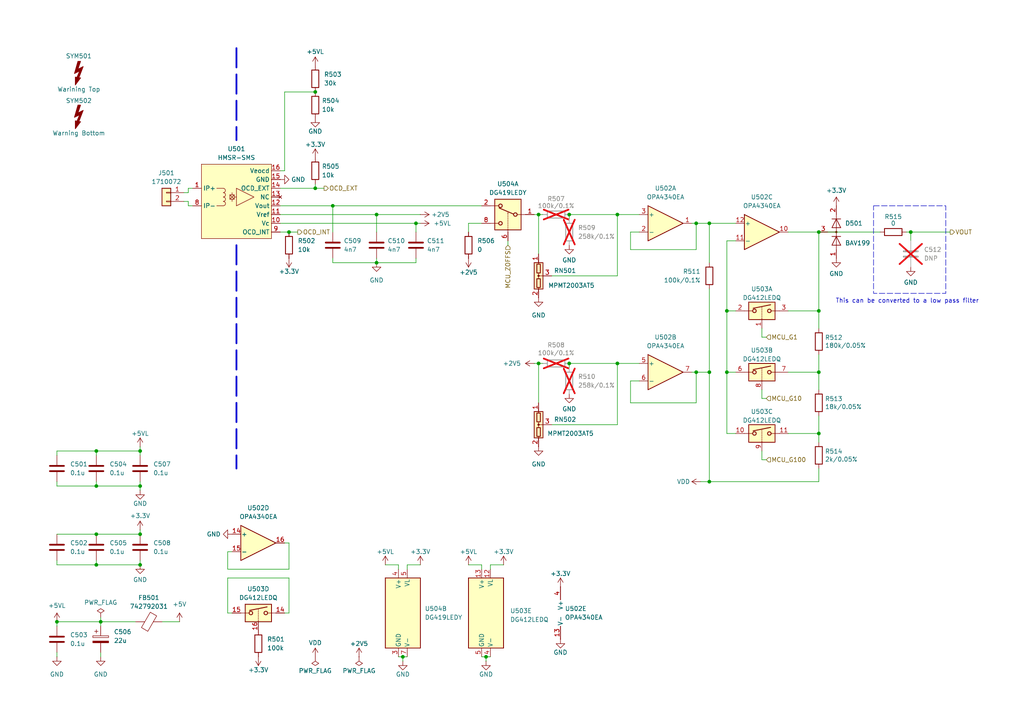
<source format=kicad_sch>
(kicad_sch (version 20231120) (generator "eeschema") (generator_version "8.0")
  (paper "A4")
  (lib_symbols
    (symbol "Amplifier_Operational:OPA4340EA" (pin_names (offset 0.127))
      (property "Reference" "U" (at 2.54 5.08 0))
      (property "Value" "OPA4340EA" (at 5.08 -5.08 0))
      (symbol "OPA4340EA_1_1"
        (polyline (pts (xy -5.08 5.08) (xy 5.08 0) (xy -5.08 -5.08) (xy -5.08 5.08)) (stroke (width 0.254)) (fill (type background)))
        (pin output line (at 7.62 0 180) (length 2.54) (name "~") (number "1"))
        (pin input line (at -7.62 -2.54 0) (length 2.54) (name "-") (number "2"))
        (pin input line (at -7.62 2.54 0) (length 2.54) (name "+") (number "3"))
        (pin no_connect line (at -2.54 -2.54 90) (length 2.54) hide (name "NC") (number "8"))
        (pin no_connect line (at 0 -2.54 90) (length 2.54) hide (name "NC") (number "9"))
      )
      (symbol "OPA4340EA_2_1"
        (polyline (pts (xy -5.08 5.08) (xy 5.08 0) (xy -5.08 -5.08) (xy -5.08 5.08)) (stroke (width 0.254)) (fill (type background)))
        (pin input line (at -7.62 2.54 0) (length 2.54) (name "+") (number "5"))
        (pin input line (at -7.62 -2.54 0) (length 2.54) (name "-") (number "6"))
        (pin output line (at 7.62 0 180) (length 2.54) (name "~") (number "7"))
      )
      (symbol "OPA4340EA_3_1"
        (polyline (pts (xy -5.08 5.08) (xy 5.08 0) (xy -5.08 -5.08) (xy -5.08 5.08)) (stroke (width 0.254)) (fill (type background)))
        (pin output line (at 7.62 0 180) (length 2.54) (name "~") (number "10"))
        (pin input line (at -7.62 -2.54 0) (length 2.54) (name "-") (number "11"))
        (pin input line (at -7.62 2.54 0) (length 2.54) (name "+") (number "12"))
      )
      (symbol "OPA4340EA_4_1"
        (polyline (pts (xy -5.08 5.08) (xy 5.08 0) (xy -5.08 -5.08) (xy -5.08 5.08)) (stroke (width 0.254)) (fill (type background)))
        (pin input line (at -7.62 2.54 0) (length 2.54) (name "+") (number "14"))
        (pin input line (at -7.62 -2.54 0) (length 2.54) (name "-") (number "15"))
        (pin output line (at 7.62 0 180) (length 2.54) (name "~") (number "16"))
      )
      (symbol "OPA4340EA_5_1"
        (pin power_in line (at -2.54 -7.62 90) (length 3.81) (name "V-") (number "13"))
        (pin power_in line (at -2.54 7.62 270) (length 3.81) (name "V+") (number "4"))
      )
    )
    (symbol "Analog_Switch:DG412xUE" (pin_names (offset 0.254))
      (property "Reference" "U" (at -3.175 5.334 0))
      (property "Value" "DG412xUE" (at -3.175 3.556 0))
      (symbol "DG412xUE_1_1"
        (rectangle (start -3.81 2.54) (end 3.81 -2.54) (stroke (width 0.254)) (fill (type background)))
        (circle (center -2.159 0) (radius 0.508) (stroke (width 0.254)))
        (polyline (pts (xy -5.08 0) (xy -2.794 0)))
        (polyline (pts (xy -2.54 0.762) (xy 2.54 1.778)) (stroke (width 0.254)))
        (polyline (pts (xy 0 -2.54) (xy 0 -2.032)))
        (polyline (pts (xy 0 -1.778) (xy 0 -1.524)))
        (polyline (pts (xy 0 -1.27) (xy 0 -1.016)))
        (polyline (pts (xy 0 -0.762) (xy 0 -0.508)))
        (polyline (pts (xy 0 -0.254) (xy 0 0)))
        (polyline (pts (xy 0 0.254) (xy 0 0.508)))
        (polyline (pts (xy 0 0.762) (xy 0 1.016)))
        (polyline (pts (xy 5.08 0) (xy 2.794 0)))
        (circle (center 2.159 0) (radius 0.508) (stroke (width 0.254)))
        (pin input line (at 0 -5.08 90) (length 2.54) (name "~") (number "1"))
        (pin passive line (at -7.62 0 0) (length 2.54) (name "~") (number "2"))
        (pin passive line (at 7.62 0 180) (length 2.54) (name "~") (number "3"))
      )
      (symbol "DG412xUE_2_1"
        (rectangle (start -3.81 2.54) (end 3.81 -2.54) (stroke (width 0.254)) (fill (type background)))
        (circle (center -2.159 0) (radius 0.508) (stroke (width 0.254)))
        (polyline (pts (xy -5.08 0) (xy -2.794 0)))
        (polyline (pts (xy -2.54 0.762) (xy 2.54 1.778)) (stroke (width 0.254)))
        (polyline (pts (xy 0 -2.54) (xy 0 -2.032)))
        (polyline (pts (xy 0 -1.778) (xy 0 -1.524)))
        (polyline (pts (xy 0 -1.27) (xy 0 -1.016)))
        (polyline (pts (xy 0 -0.762) (xy 0 -0.508)))
        (polyline (pts (xy 0 -0.254) (xy 0 0)))
        (polyline (pts (xy 0 0.254) (xy 0 0.508)))
        (polyline (pts (xy 0 0.762) (xy 0 1.016)))
        (polyline (pts (xy 5.08 0) (xy 2.794 0)))
        (circle (center 2.159 0) (radius 0.508) (stroke (width 0.254)))
        (pin passive line (at -7.62 0 0) (length 2.54) (name "~") (number "6"))
        (pin passive line (at 7.62 0 180) (length 2.54) (name "~") (number "7"))
        (pin input line (at 0 -5.08 90) (length 2.54) (name "~") (number "8"))
      )
      (symbol "DG412xUE_3_1"
        (rectangle (start -3.81 2.54) (end 3.81 -2.54) (stroke (width 0.254)) (fill (type background)))
        (circle (center -2.159 0) (radius 0.508) (stroke (width 0.254)))
        (polyline (pts (xy -5.08 0) (xy -2.794 0)))
        (polyline (pts (xy -2.54 0.762) (xy 2.54 1.778)) (stroke (width 0.254)))
        (polyline (pts (xy 0 -2.54) (xy 0 -2.032)))
        (polyline (pts (xy 0 -1.778) (xy 0 -1.524)))
        (polyline (pts (xy 0 -1.27) (xy 0 -1.016)))
        (polyline (pts (xy 0 -0.762) (xy 0 -0.508)))
        (polyline (pts (xy 0 -0.254) (xy 0 0)))
        (polyline (pts (xy 0 0.254) (xy 0 0.508)))
        (polyline (pts (xy 0 0.762) (xy 0 1.016)))
        (polyline (pts (xy 5.08 0) (xy 2.794 0)))
        (circle (center 2.159 0) (radius 0.508) (stroke (width 0.254)))
        (pin passive line (at -7.62 0 0) (length 2.54) (name "~") (number "10"))
        (pin passive line (at 7.62 0 180) (length 2.54) (name "~") (number "11"))
        (pin input line (at 0 -5.08 90) (length 2.54) (name "~") (number "9"))
      )
      (symbol "DG412xUE_4_1"
        (rectangle (start -3.81 2.54) (end 3.81 -2.54) (stroke (width 0.254)) (fill (type background)))
        (circle (center -2.159 0) (radius 0.508) (stroke (width 0.254)))
        (polyline (pts (xy -5.08 0) (xy -2.794 0)))
        (polyline (pts (xy -2.54 0.762) (xy 2.54 1.778)) (stroke (width 0.254)))
        (polyline (pts (xy 0 -2.54) (xy 0 -2.032)))
        (polyline (pts (xy 0 -1.778) (xy 0 -1.524)))
        (polyline (pts (xy 0 -1.27) (xy 0 -1.016)))
        (polyline (pts (xy 0 -0.762) (xy 0 -0.508)))
        (polyline (pts (xy 0 -0.254) (xy 0 0)))
        (polyline (pts (xy 0 0.254) (xy 0 0.508)))
        (polyline (pts (xy 0 0.762) (xy 0 1.016)))
        (polyline (pts (xy 5.08 0) (xy 2.794 0)))
        (circle (center 2.159 0) (radius 0.508) (stroke (width 0.254)))
        (pin passive line (at 7.62 0 180) (length 2.54) (name "~") (number "14"))
        (pin passive line (at -7.62 0 0) (length 2.54) (name "~") (number "15"))
        (pin input line (at 0 -5.08 90) (length 2.54) (name "~") (number "16"))
      )
      (symbol "DG412xUE_5_0"
        (pin power_in line (at 2.54 12.7 270) (length 2.54) (name "VL") (number "12"))
        (pin power_in line (at 0 12.7 270) (length 2.54) (name "V+") (number "13"))
        (pin power_in line (at 2.54 -12.7 90) (length 2.54) (name "V-") (number "4"))
        (pin power_in line (at 0 -12.7 90) (length 2.54) (name "GND") (number "5"))
      )
      (symbol "DG412xUE_5_1"
        (rectangle (start -3.81 10.16) (end 6.35 -10.16) (stroke (width 0.254)) (fill (type background)))
      )
    )
    (symbol "Analog_Switch:DG419LDY" (pin_names (offset 0.254))
      (property "Reference" "U" (at -3.175 7.239 0))
      (property "Value" "DG419LDY" (at -3.175 5.461 0))
      (symbol "DG419LDY_1_1"
        (rectangle (start -3.81 4.445) (end 3.81 -4.445) (stroke (width 0.254)) (fill (type background)))
        (circle (center -2.159 0) (radius 0.508) (stroke (width 0.254)))
        (polyline (pts (xy -5.08 0) (xy -2.794 0)))
        (polyline (pts (xy -1.651 0.127) (xy 2.54 1.905)) (stroke (width 0.254)))
        (polyline (pts (xy 0 -5.08) (xy 0 -4.572)))
        (polyline (pts (xy 0 -4.318) (xy 0 -4.064)))
        (polyline (pts (xy 0 -3.81) (xy 0 -3.556)))
        (polyline (pts (xy 0 -3.302) (xy 0 -3.048)))
        (polyline (pts (xy 0 -2.794) (xy 0 -2.54)))
        (polyline (pts (xy 0 -2.286) (xy 0 -2.032)))
        (polyline (pts (xy 0 -1.778) (xy 0 -1.524)))
        (polyline (pts (xy 0 -1.27) (xy 0 -1.016)))
        (polyline (pts (xy 0 -0.762) (xy 0 -0.508)))
        (polyline (pts (xy 0 -0.254) (xy 0 0)))
        (polyline (pts (xy 0 0.254) (xy 0 0.508)))
        (polyline (pts (xy 0 0.254) (xy 0 0.508)))
        (polyline (pts (xy 5.08 -2.54) (xy 2.794 -2.54)))
        (polyline (pts (xy 5.08 2.54) (xy 2.794 2.54)))
        (circle (center 2.159 -2.54) (radius 0.508) (stroke (width 0.254)))
        (circle (center 2.159 2.54) (radius 0.508) (stroke (width 0.254)))
        (pin passive line (at -7.62 0 0) (length 2.54) (name "~") (number "1"))
        (pin passive line (at 7.62 2.54 180) (length 2.54) (name "~") (number "2"))
        (pin input line (at 0 -7.62 90) (length 2.54) (name "~") (number "6"))
        (pin passive line (at 7.62 -2.54 180) (length 2.54) (name "~") (number "8"))
      )
      (symbol "DG419LDY_2_0"
        (pin power_in line (at 0 -12.7 90) (length 2.54) (name "GND") (number "3"))
        (pin power_in line (at 0 12.7 270) (length 2.54) (name "V+") (number "4"))
        (pin power_in line (at 2.54 12.7 270) (length 2.54) (name "VL") (number "5"))
        (pin power_in line (at 2.54 -12.7 90) (length 2.54) (name "V-") (number "7"))
      )
      (symbol "DG419LDY_2_1"
        (rectangle (start -3.81 10.16) (end 6.35 -10.16) (stroke (width 0.254)) (fill (type background)))
      )
    )
    (symbol "Connector_Generic:Conn_01x02" (pin_names (offset 1.016) hide)
      (property "Reference" "J" (at 0 2.54 0))
      (property "Value" "Conn_01x02" (at 0 -5.08 0))
      (symbol "Conn_01x02_1_1"
        (rectangle (start -1.27 -2.413) (end 0 -2.667) (stroke (width 0.1524)))
        (rectangle (start -1.27 0.127) (end 0 -0.127) (stroke (width 0.1524)))
        (rectangle (start -1.27 1.27) (end 1.27 -3.81) (stroke (width 0.254)) (fill (type background)))
        (pin passive line (at -5.08 0 0) (length 3.81) (name "Pin_1") (number "1"))
        (pin passive line (at -5.08 -2.54 0) (length 3.81) (name "Pin_2") (number "2"))
      )
    )
    (symbol "Device:C" (pin_numbers hide) (pin_names (offset 0.254))
      (property "Reference" "C" (at 0.635 2.54 0))
      (property "Value" "C" (at 0.635 -2.54 0))
      (symbol "C_0_1"
        (polyline (pts (xy -2.032 -0.762) (xy 2.032 -0.762)) (stroke (width 0.508)))
        (polyline (pts (xy -2.032 0.762) (xy 2.032 0.762)) (stroke (width 0.508)))
      )
      (symbol "C_1_1"
        (pin passive line (at 0 3.81 270) (length 2.794) (name "~") (number "1"))
        (pin passive line (at 0 -3.81 90) (length 2.794) (name "~") (number "2"))
      )
    )
    (symbol "Device:C_Polarized" (pin_numbers hide) (pin_names (offset 0.254))
      (property "Reference" "C" (at 0.635 2.54 0))
      (property "Value" "C_Polarized" (at 0.635 -2.54 0))
      (symbol "C_Polarized_0_1"
        (rectangle (start -2.286 0.508) (end 2.286 1.016))
        (polyline (pts (xy -1.778 2.286) (xy -0.762 2.286)))
        (polyline (pts (xy -1.27 2.794) (xy -1.27 1.778)))
        (rectangle (start 2.286 -0.508) (end -2.286 -1.016) (fill (type outline)))
      )
      (symbol "C_Polarized_1_1"
        (pin passive line (at 0 3.81 270) (length 2.794) (name "~") (number "1"))
        (pin passive line (at 0 -3.81 90) (length 2.794) (name "~") (number "2"))
      )
    )
    (symbol "Device:FerriteBead" (pin_numbers hide) (pin_names (offset 0))
      (property "Reference" "FB" (at -3.81 0.635 90))
      (property "Value" "FerriteBead" (at 3.81 0 90))
      (symbol "FerriteBead_0_1"
        (polyline (pts (xy 0 -1.27) (xy 0 -1.2192)))
        (polyline (pts (xy 0 1.27) (xy 0 1.2954)))
        (polyline (pts (xy -2.7686 0.4064) (xy -1.7018 2.2606) (xy 2.7686 -0.3048) (xy 1.6764 -2.159) (xy -2.7686 0.4064)))
      )
      (symbol "FerriteBead_1_1"
        (pin passive line (at 0 3.81 270) (length 2.54) (name "~") (number "1"))
        (pin passive line (at 0 -3.81 90) (length 2.54) (name "~") (number "2"))
      )
    )
    (symbol "Device:R" (pin_numbers hide) (pin_names (offset 0))
      (property "Reference" "R" (at 2.032 0 90))
      (property "Value" "R" (at 0 0 90))
      (symbol "R_0_1"
        (rectangle (start -1.016 -2.54) (end 1.016 2.54) (stroke (width 0.254)))
      )
      (symbol "R_1_1"
        (pin passive line (at 0 3.81 270) (length 1.27) (name "~") (number "1"))
        (pin passive line (at 0 -3.81 90) (length 1.27) (name "~") (number "2"))
      )
    )
    (symbol "Device:VoltageDivider_CenterPin3" (pin_names (offset 0) hide)
      (property "Reference" "RN" (at -4.445 0 90))
      (property "Value" "VoltageDivider_CenterPin3" (at -2.54 0 90))
      (symbol "VoltageDivider_CenterPin3_0_1"
        (rectangle (start -1.27 -3.81) (end 1.27 3.81) (stroke (width 0.254)) (fill (type background)))
        (rectangle (start -0.508 -3.3782) (end 0.508 -0.8382) (stroke (width 0.254)))
        (rectangle (start -0.508 3.3782) (end 0.508 0.8382) (stroke (width 0.254)))
        (polyline (pts (xy 0 -5.08) (xy 0 -3.429)))
        (polyline (pts (xy 0 0.889) (xy 0 -0.889)))
        (polyline (pts (xy 0 5.08) (xy 0 3.3782)))
        (polyline (pts (xy 1.27 0) (xy 0 0)))
        (circle (center 0 0.0254) (radius 0.254) (fill (type outline)))
      )
      (symbol "VoltageDivider_CenterPin3_1_1"
        (pin passive line (at 0 6.35 270) (length 2.54) (name "~") (number "1"))
        (pin passive line (at 0 -6.35 90) (length 2.54) (name "~") (number "2"))
        (pin passive line (at 3.81 0 180) (length 2.54) (name "~") (number "3"))
      )
    )
    (symbol "Diode:BAV99" (pin_names hide)
      (property "Reference" "D" (at 0 5.08 0))
      (property "Value" "BAV99" (at 0 2.54 0))
      (symbol "BAV99_0_1"
        (polyline (pts (xy -5.08 0) (xy 5.08 0)))
      )
      (symbol "BAV99_1_1"
        (polyline (pts (xy 0 0) (xy 0 -2.54)))
        (polyline (pts (xy -1.27 -1.27) (xy -1.27 1.27) (xy -1.27 1.27)) (stroke (width 0.2032)))
        (polyline (pts (xy 3.81 1.27) (xy 3.81 -1.27) (xy 3.81 -1.27)) (stroke (width 0.2032)))
        (polyline (pts (xy -3.81 1.27) (xy -1.27 0) (xy -3.81 -1.27) (xy -3.81 1.27) (xy -3.81 1.27) (xy -3.81 1.27)) (stroke (width 0.2032)))
        (polyline (pts (xy 1.27 1.27) (xy 3.81 0) (xy 1.27 -1.27) (xy 1.27 1.27) (xy 1.27 1.27) (xy 1.27 1.27)) (stroke (width 0.2032)))
        (circle (center 0 0) (radius 0.254) (fill (type outline)))
        (pin passive line (at -7.62 0 0) (length 2.54) (name "K") (number "1"))
        (pin passive line (at 7.62 0 180) (length 2.54) (name "A") (number "2"))
        (pin passive line (at 0 -5.08 90) (length 2.54) (name "K") (number "3"))
      )
    )
    (symbol "ETH1HMSR-SMS:HMSR-SMS"
      (property "Reference" "U" (at 0 13.335 0))
      (property "Value" "HMSR-SMS" (at 0 10.795 0))
      (symbol "HMSR-SMS_0_0"
        (pin input line (at -12.7 2.54 0) (length 2.54) (name "IP+") (number "1"))
        (pin output line (at 12.7 -2.54 180) (length 2.54) (name "Vout") (number "12"))
        (pin no_connect line (at 12.7 0 180) (length 2.54) (name "NC") (number "13"))
        (pin open_collector line (at 12.7 2.54 180) (length 2.54) (name "OCD_EXT") (number "14"))
        (pin passive line (at 12.7 5.08 180) (length 2.54) (name "GND") (number "15"))
        (pin output line (at 12.7 7.62 180) (length 2.54) (name "Veocd") (number "16"))
        (pin input line (at -12.7 -2.54 0) (length 2.54) (name "IP-") (number "8"))
        (pin open_collector line (at 12.7 -10.16 180) (length 2.54) (name "OCD_INT") (number "9"))
      )
      (symbol "HMSR-SMS_0_1"
        (arc (start -3.81 1.27) (mid -3.2257 1.905) (end -3.81 2.54))
        (arc (start -3.794 -2.5398) (mid -3.1749 -1.8969) (end -3.8099 -1.2698))
        (arc (start -3.794 -1.2699) (mid -3.1747 -0.6349) (end -3.794 0.0001))
        (arc (start -3.794 0.0001) (mid -3.1749 0.643) (end -3.8099 1.2701))
        (rectangle (start -1.905 0.635) (end -0.635 -0.635))
        (polyline (pts (xy -3.81 -2.54) (xy -5.715 -2.54)))
        (polyline (pts (xy -3.81 2.54) (xy -5.715 2.54)))
        (polyline (pts (xy -1.905 0.635) (xy -0.635 -0.635)))
        (polyline (pts (xy -0.635 0) (xy 0 0)))
        (polyline (pts (xy -0.635 0.635) (xy -1.905 -0.635)))
        (polyline (pts (xy 0 2.54) (xy 0 -2.54)))
        (polyline (pts (xy 0 2.54) (xy 5.08 0) (xy 0 -2.54)))
      )
      (symbol "HMSR-SMS_1_0"
        (pin power_in line (at 12.7 -7.62 180) (length 2.54) (name "Vc") (number "10"))
        (pin passive line (at 12.7 -5.08 180) (length 2.54) (name "Vref") (number "11"))
      )
      (symbol "HMSR-SMS_1_1"
        (rectangle (start -10.16 9.525) (end 10.16 -12.065) (fill (type background)))
        (polyline (pts (xy -1.27 -0.635) (xy -1.27 -1.27)))
        (polyline (pts (xy -1.27 0.635) (xy -1.27 1.27)))
      )
    )
    (symbol "Graphic:SYM_Flash_Small" (in_bom no) (on_board no)
      (symbol "SYM_Flash_Small_0_1"
        (polyline (pts (xy 0.508 -1.016) (xy -1.016 -0.762) (xy -1.016 -3.048) (xy 0.508 -1.016)) (stroke (width 0.2032)) (fill (type outline)))
        (polyline (pts (xy -0.254 3.81) (xy 0.508 3.81) (xy -0.254 1.524) (xy 1.27 2.286) (xy 0 -1.016) (xy -0.508 -0.762) (xy 0.254 1.016) (xy -1.27 0.254) (xy -0.254 3.81)) (stroke (width 0.2032)) (fill (type outline)))
      )
    )
    (symbol "power:+2V5" (power) (pin_numbers hide) (pin_names (offset 0) hide)
      (property "Value" "+2V5" (at 0 3.556 0))
      (symbol "+2V5_0_1"
        (polyline (pts (xy -0.762 1.27) (xy 0 2.54)))
        (polyline (pts (xy 0 0) (xy 0 2.54)))
        (polyline (pts (xy 0 2.54) (xy 0.762 1.27)))
      )
      (symbol "+2V5_1_1"
        (pin power_in line (at 0 0 90) (length 0) (name "~") (number "1"))
      )
    )
    (symbol "power:+3.3V" (power) (pin_numbers hide) (pin_names (offset 0) hide)
      (property "Value" "+3.3V" (at 0 3.556 0))
      (symbol "+3.3V_0_1"
        (polyline (pts (xy -0.762 1.27) (xy 0 2.54)))
        (polyline (pts (xy 0 0) (xy 0 2.54)))
        (polyline (pts (xy 0 2.54) (xy 0.762 1.27)))
      )
      (symbol "+3.3V_1_1"
        (pin power_in line (at 0 0 90) (length 0) (name "~") (number "1"))
      )
    )
    (symbol "power:+5V" (power) (pin_numbers hide) (pin_names (offset 0) hide)
      (property "Value" "+5V" (at 0 3.556 0))
      (symbol "+5V_0_1"
        (polyline (pts (xy -0.762 1.27) (xy 0 2.54)))
        (polyline (pts (xy 0 0) (xy 0 2.54)))
        (polyline (pts (xy 0 2.54) (xy 0.762 1.27)))
      )
      (symbol "+5V_1_1"
        (pin power_in line (at 0 0 90) (length 0) (name "~") (number "1"))
      )
    )
    (symbol "power:+5VL" (power) (pin_numbers hide) (pin_names (offset 0) hide)
      (property "Value" "+5VL" (at 0 3.556 0))
      (symbol "+5VL_0_1"
        (polyline (pts (xy -0.762 1.27) (xy 0 2.54)))
        (polyline (pts (xy 0 0) (xy 0 2.54)))
        (polyline (pts (xy 0 2.54) (xy 0.762 1.27)))
      )
      (symbol "+5VL_1_1"
        (pin power_in line (at 0 0 90) (length 0) (name "~") (number "1"))
      )
    )
    (symbol "power:GND" (power) (pin_numbers hide) (pin_names (offset 0) hide)
      (property "Value" "GND" (at 0 -3.81 0))
      (symbol "GND_0_1"
        (polyline (pts (xy 0 0) (xy 0 -1.27) (xy 1.27 -1.27) (xy 0 -2.54) (xy -1.27 -1.27) (xy 0 -1.27)))
      )
      (symbol "GND_1_1"
        (pin power_in line (at 0 0 270) (length 0) (name "~") (number "1"))
      )
    )
    (symbol "power:PWR_FLAG" (power) (pin_numbers hide) (pin_names (offset 0) hide)
      (property "Value" "PWR_FLAG" (at 0 3.81 0))
      (symbol "PWR_FLAG_0_0"
        (pin power_out line (at 0 0 90) (length 0) (name "~") (number "1"))
      )
      (symbol "PWR_FLAG_0_1"
        (polyline (pts (xy 0 0) (xy 0 1.27) (xy -1.016 1.905) (xy 0 2.54) (xy 1.016 1.905) (xy 0 1.27)))
      )
    )
    (symbol "power:VDD" (power) (pin_numbers hide) (pin_names (offset 0) hide)
      (property "Value" "VDD" (at 0 3.556 0))
      (symbol "VDD_0_1"
        (polyline (pts (xy -0.762 1.27) (xy 0 2.54)))
        (polyline (pts (xy 0 0) (xy 0 2.54)))
        (polyline (pts (xy 0 2.54) (xy 0.762 1.27)))
      )
      (symbol "VDD_1_1"
        (pin power_in line (at 0 0 90) (length 0) (name "~") (number "1"))
      )
    )
  )
  (junction (at 29.21 180.34))
  (junction (at 205.74 139.7))
  (junction (at 210.82 90.17))
  (junction (at 109.22 76.2))
  (junction (at 237.49 125.73))
  (junction (at 205.74 64.77))
  (junction (at 210.82 107.95))
  (junction (at 91.44 26.67))
  (junction (at 165.1 105.41))
  (junction (at 237.49 107.95))
  (junction (at 91.44 54.61))
  (junction (at 27.94 130.81))
  (junction (at 40.64 140.97))
  (junction (at 156.21 62.23))
  (junction (at 109.22 62.23))
  (junction (at 116.84 190.5))
  (junction (at 264.16 67.31))
  (junction (at 40.64 163.83))
  (junction (at 27.94 163.83))
  (junction (at 179.07 62.23))
  (junction (at 237.49 90.17))
  (junction (at 201.93 64.77))
  (junction (at 16.51 180.34))
  (junction (at 165.1 62.23))
  (junction (at 205.74 107.95))
  (junction (at 27.94 140.97))
  (junction (at 156.21 105.41))
  (junction (at 179.07 105.41))
  (junction (at 40.64 154.94))
  (junction (at 40.64 130.81))
  (junction (at 96.52 59.69))
  (junction (at 83.82 67.31))
  (junction (at 201.93 107.95))
  (junction (at 120.65 64.77))
  (junction (at 27.94 154.94))
  (junction (at 140.97 190.5))
  (junction (at 237.49 67.31))
  (wire (pts (xy 179.07 105.41) (xy 185.42 105.41)))
  (wire (pts (xy 27.94 139.7) (xy 27.94 140.97)))
  (wire (pts (xy 109.22 62.23) (xy 121.92 62.23)))
  (wire (pts (xy 54.61 59.69) (xy 54.61 58.42)))
  (wire (pts (xy 237.49 125.73) (xy 237.49 128.27)))
  (wire (pts (xy 205.74 139.7) (xy 237.49 139.7)))
  (wire (pts (xy 46.99 180.34) (xy 52.07 180.34)))
  (wire (pts (xy 27.94 130.81) (xy 27.94 132.08)))
  (wire (pts (xy 139.7 165.1) (xy 139.7 163.83)))
  (wire (pts (xy 115.57 190.5) (xy 116.84 190.5)))
  (wire (pts (xy 160.02 80.01) (xy 179.07 80.01)))
  (wire (pts (xy 142.24 163.83) (xy 142.24 165.1)))
  (wire (pts (xy 27.94 163.83) (xy 40.64 163.83)))
  (wire (pts (xy 67.31 177.8) (xy 66.04 177.8)))
  (wire (pts (xy 165.1 105.41) (xy 179.07 105.41)))
  (wire (pts (xy 91.44 53.34) (xy 91.44 54.61)))
  (wire (pts (xy 81.28 64.77) (xy 120.65 64.77)))
  (wire (pts (xy 237.49 67.31) (xy 228.6 67.31)))
  (wire (pts (xy 83.82 67.31) (xy 86.36 67.31)))
  (wire (pts (xy 109.22 74.93) (xy 109.22 76.2)))
  (wire (pts (xy 40.64 153.67) (xy 40.64 154.94)))
  (wire (pts (xy 116.84 190.5) (xy 118.11 190.5)))
  (wire (pts (xy 83.82 157.48) (xy 82.55 157.48)))
  (wire (pts (xy 201.93 107.95) (xy 205.74 107.95)))
  (wire (pts (xy 66.04 160.02) (xy 66.04 165.1)))
  (wire (pts (xy 16.51 180.34) (xy 29.21 180.34)))
  (wire (pts (xy 66.04 165.1) (xy 83.82 165.1)))
  (polyline (pts (xy 68.58 13.97) (xy 68.58 40.64)) (stroke (width 0.508) (type dash)))
  (wire (pts (xy 210.82 69.85) (xy 213.36 69.85)))
  (wire (pts (xy 237.49 113.03) (xy 237.49 107.95)))
  (wire (pts (xy 160.02 123.19) (xy 179.07 123.19)))
  (wire (pts (xy 27.94 162.56) (xy 27.94 163.83)))
  (wire (pts (xy 165.1 62.23) (xy 179.07 62.23)))
  (wire (pts (xy 55.88 59.69) (xy 54.61 59.69)))
  (wire (pts (xy 139.7 163.83) (xy 135.89 163.83)))
  (wire (pts (xy 205.74 64.77) (xy 201.93 64.77)))
  (wire (pts (xy 29.21 180.34) (xy 29.21 181.61)))
  (wire (pts (xy 222.25 97.79) (xy 220.98 97.79)))
  (wire (pts (xy 156.21 62.23) (xy 156.21 73.66)))
  (wire (pts (xy 182.88 67.31) (xy 182.88 72.39)))
  (wire (pts (xy 222.25 133.35) (xy 220.98 133.35)))
  (wire (pts (xy 237.49 95.25) (xy 237.49 90.17)))
  (wire (pts (xy 81.28 49.53) (xy 82.55 49.53)))
  (wire (pts (xy 109.22 62.23) (xy 109.22 67.31)))
  (wire (pts (xy 201.93 64.77) (xy 200.66 64.77)))
  (wire (pts (xy 262.89 67.31) (xy 264.16 67.31)))
  (wire (pts (xy 16.51 130.81) (xy 16.51 132.08)))
  (wire (pts (xy 118.11 163.83) (xy 118.11 165.1)))
  (wire (pts (xy 220.98 115.57) (xy 220.98 113.03)))
  (wire (pts (xy 222.25 115.57) (xy 220.98 115.57)))
  (wire (pts (xy 82.55 49.53) (xy 82.55 26.67)))
  (wire (pts (xy 81.28 62.23) (xy 109.22 62.23)))
  (wire (pts (xy 96.52 59.69) (xy 96.52 67.31)))
  (wire (pts (xy 16.51 181.61) (xy 16.51 180.34)))
  (wire (pts (xy 83.82 177.8) (xy 82.55 177.8)))
  (wire (pts (xy 156.21 105.41) (xy 154.94 105.41)))
  (wire (pts (xy 55.88 54.61) (xy 54.61 54.61)))
  (wire (pts (xy 81.28 59.69) (xy 96.52 59.69)))
  (wire (pts (xy 185.42 110.49) (xy 182.88 110.49)))
  (wire (pts (xy 16.51 154.94) (xy 27.94 154.94)))
  (wire (pts (xy 228.6 125.73) (xy 237.49 125.73)))
  (wire (pts (xy 237.49 135.89) (xy 237.49 139.7)))
  (wire (pts (xy 264.16 69.85) (xy 264.16 67.31)))
  (wire (pts (xy 16.51 162.56) (xy 16.51 163.83)))
  (wire (pts (xy 53.34 58.42) (xy 54.61 58.42)))
  (wire (pts (xy 120.65 76.2) (xy 120.65 74.93)))
  (wire (pts (xy 210.82 125.73) (xy 210.82 107.95)))
  (wire (pts (xy 66.04 177.8) (xy 66.04 167.64)))
  (wire (pts (xy 182.88 72.39) (xy 201.93 72.39)))
  (wire (pts (xy 200.66 107.95) (xy 201.93 107.95)))
  (wire (pts (xy 53.34 55.88) (xy 54.61 55.88)))
  (wire (pts (xy 16.51 130.81) (xy 27.94 130.81)))
  (wire (pts (xy 157.48 62.23) (xy 156.21 62.23)))
  (wire (pts (xy 210.82 107.95) (xy 210.82 90.17)))
  (wire (pts (xy 96.52 74.93) (xy 96.52 76.2)))
  (wire (pts (xy 182.88 110.49) (xy 182.88 116.84)))
  (wire (pts (xy 228.6 107.95) (xy 237.49 107.95)))
  (wire (pts (xy 205.74 64.77) (xy 205.74 76.2)))
  (wire (pts (xy 83.82 165.1) (xy 83.82 157.48)))
  (wire (pts (xy 205.74 107.95) (xy 205.74 139.7)))
  (wire (pts (xy 29.21 180.34) (xy 39.37 180.34)))
  (wire (pts (xy 179.07 62.23) (xy 185.42 62.23)))
  (wire (pts (xy 165.1 105.41) (xy 165.1 106.68)))
  (wire (pts (xy 237.49 67.31) (xy 255.27 67.31)))
  (wire (pts (xy 27.94 130.81) (xy 40.64 130.81)))
  (wire (pts (xy 54.61 54.61) (xy 54.61 55.88)))
  (wire (pts (xy 27.94 140.97) (xy 40.64 140.97)))
  (wire (pts (xy 135.89 64.77) (xy 139.7 64.77)))
  (wire (pts (xy 237.49 107.95) (xy 237.49 102.87)))
  (wire (pts (xy 228.6 90.17) (xy 237.49 90.17)))
  (wire (pts (xy 146.05 163.83) (xy 142.24 163.83)))
  (wire (pts (xy 121.92 163.83) (xy 118.11 163.83)))
  (wire (pts (xy 83.82 167.64) (xy 83.82 177.8)))
  (wire (pts (xy 210.82 107.95) (xy 213.36 107.95)))
  (wire (pts (xy 115.57 163.83) (xy 111.76 163.83)))
  (wire (pts (xy 29.21 189.23) (xy 29.21 190.5)))
  (wire (pts (xy 66.04 167.64) (xy 83.82 167.64)))
  (wire (pts (xy 139.7 190.5) (xy 140.97 190.5)))
  (wire (pts (xy 109.22 76.2) (xy 120.65 76.2)))
  (wire (pts (xy 27.94 154.94) (xy 40.64 154.94)))
  (wire (pts (xy 165.1 62.23) (xy 165.1 63.5)))
  (wire (pts (xy 16.51 163.83) (xy 27.94 163.83)))
  (wire (pts (xy 96.52 76.2) (xy 109.22 76.2)))
  (wire (pts (xy 147.32 69.85) (xy 147.32 71.12)))
  (wire (pts (xy 182.88 116.84) (xy 201.93 116.84)))
  (wire (pts (xy 179.07 123.19) (xy 179.07 105.41)))
  (wire (pts (xy 179.07 80.01) (xy 179.07 62.23)))
  (wire (pts (xy 40.64 140.97) (xy 40.64 139.7)))
  (wire (pts (xy 205.74 83.82) (xy 205.74 107.95)))
  (wire (pts (xy 201.93 116.84) (xy 201.93 107.95)))
  (wire (pts (xy 16.51 140.97) (xy 27.94 140.97)))
  (wire (pts (xy 82.55 26.67) (xy 91.44 26.67)))
  (wire (pts (xy 120.65 64.77) (xy 120.65 67.31)))
  (wire (pts (xy 120.65 64.77) (xy 121.92 64.77)))
  (wire (pts (xy 201.93 72.39) (xy 201.93 64.77)))
  (wire (pts (xy 16.51 189.23) (xy 16.51 190.5)))
  (wire (pts (xy 237.49 125.73) (xy 237.49 120.65)))
  (wire (pts (xy 220.98 97.79) (xy 220.98 95.25)))
  (wire (pts (xy 16.51 139.7) (xy 16.51 140.97)))
  (wire (pts (xy 154.94 62.23) (xy 156.21 62.23)))
  (wire (pts (xy 29.21 179.07) (xy 29.21 180.34)))
  (wire (pts (xy 203.2 139.7) (xy 205.74 139.7)))
  (wire (pts (xy 213.36 125.73) (xy 210.82 125.73)))
  (wire (pts (xy 156.21 105.41) (xy 156.21 116.84)))
  (wire (pts (xy 40.64 163.83) (xy 40.64 162.56)))
  (wire (pts (xy 40.64 129.54) (xy 40.64 130.81)))
  (wire (pts (xy 220.98 133.35) (xy 220.98 130.81)))
  (wire (pts (xy 67.31 160.02) (xy 66.04 160.02)))
  (wire (pts (xy 140.97 190.5) (xy 142.24 190.5)))
  (wire (pts (xy 140.97 190.5) (xy 140.97 191.77)))
  (wire (pts (xy 237.49 90.17) (xy 237.49 67.31)))
  (wire (pts (xy 81.28 67.31) (xy 83.82 67.31)))
  (wire (pts (xy 185.42 67.31) (xy 182.88 67.31)))
  (wire (pts (xy 205.74 64.77) (xy 213.36 64.77)))
  (wire (pts (xy 115.57 165.1) (xy 115.57 163.83)))
  (wire (pts (xy 91.44 54.61) (xy 93.98 54.61)))
  (wire (pts (xy 116.84 190.5) (xy 116.84 191.77)))
  (wire (pts (xy 210.82 90.17) (xy 210.82 69.85)))
  (wire (pts (xy 210.82 90.17) (xy 213.36 90.17)))
  (wire (pts (xy 96.52 59.69) (xy 139.7 59.69)))
  (wire (pts (xy 264.16 67.31) (xy 275.59 67.31)))
  (wire (pts (xy 135.89 67.31) (xy 135.89 64.77)))
  (wire (pts (xy 157.48 105.41) (xy 156.21 105.41)))
  (wire (pts (xy 40.64 130.81) (xy 40.64 132.08)))
  (wire (pts (xy 91.44 54.61) (xy 81.28 54.61)))
  (wire (pts (xy 40.64 142.24) (xy 40.64 140.97)))
  (polyline (pts (xy 68.58 71.12) (xy 68.58 135.89)) (stroke (width 0.508) (type dash)))
  (rectangle (start 253.365 59.69) (end 274.32 85.09) (stroke (width 0) (type dash)))
  (text "This can be converted to a low pass filter" (at 263.144 87.376 0) (effects (font (size 1.27 1.27))))
  (hierarchical_label "MCU_G1" (shape input) (at 222.25 97.79 0))
  (hierarchical_label "MCU_G10" (shape input) (at 222.25 115.57 0))
  (hierarchical_label "OCD_INT" (shape output) (at 86.36 67.31 0))
  (hierarchical_label "OCD_EXT" (shape output) (at 93.98 54.61 0))
  (hierarchical_label "MCU_G100" (shape input) (at 222.25 133.35 0))
  (hierarchical_label "VOUT" (shape output) (at 275.59 67.31 0))
  (hierarchical_label "MCU_ZOFFS" (shape input) (at 147.32 71.12 270))
  (symbol (lib_id "power:+3.3V") (at 162.56 170.18 0) (unit 1)
    (property "Reference" "#PWR0531" (effects (hide yes)))
    (property "Value" "+3.3V" (at 162.56 166.37 0))
    (property "Description" "Power symbol creates a global label with name \"+3.3V\"" (effects (hide yes)))
  )
  (symbol (lib_id "Device:C") (at 16.51 158.75 0) (unit 1)
    (property "Reference" "C502" (at 20.32 157.48 0) (effects (justify left)))
    (property "Value" "0.1u" (at 20.32 160.02 0) (effects (justify left)))
    (property "Footprint" "Capacitor_SMD:C_0603_1608Metric_Pad1.08x0.95mm_HandSolder" (effects (hide yes)))
  )
  (symbol (lib_id "Device:R") (at 237.49 116.84 0) (unit 1)
    (property "Reference" "R513" (at 239.268 115.6716 0) (effects (justify left)))
    (property "Value" "18k/0.05%" (at 239.268 117.983 0) (effects (justify left)))
    (property "Footprint" "Resistor_SMD:R_0603_1608Metric_Pad0.98x0.95mm_HandSolder" (effects (hide yes)))
  )
  (symbol (lib_id "power:+3.3V") (at 74.93 190.5 180) (unit 1)
    (property "Reference" "#PWR0510" (effects (hide yes)))
    (property "Value" "+3.3V" (at 74.93 194.31 0))
    (property "Description" "Power symbol creates a global label with name \"+3.3V\"" (effects (hide yes)))
  )
  (symbol (lib_id "power:GND") (at 29.21 190.5 0) (unit 1)
    (property "Reference" "#PWR0503" (effects (hide yes)))
    (property "Value" "GND" (at 29.21 195.58 0))
    (property "Description" "Power symbol creates a global label with name \"GND\" , ground" (effects (hide yes)))
  )
  (symbol (lib_id "power:GND") (at 264.16 77.47 0) (unit 1)
    (property "Reference" "#PWR0538" (effects (hide yes)))
    (property "Value" "GND" (at 264.16 81.915 0))
    (property "Description" "Power symbol creates a global label with name \"GND\" , ground" (effects (hide yes)))
  )
  (symbol (lib_id "power:+3.3V") (at 83.82 74.93 180) (unit 1)
    (property "Reference" "#PWR0512" (effects (hide yes)))
    (property "Value" "+3.3V" (at 83.82 78.74 0))
    (property "Description" "Power symbol creates a global label with name \"+3.3V\"" (effects (hide yes)))
  )
  (symbol (lib_id "power:PWR_FLAG") (at 29.21 179.07 0) (unit 1)
    (property "Reference" "#FLG0501" (effects (hide yes)))
    (property "Value" "PWR_FLAG" (at 29.21 174.752 0))
    (property "Description" "Special symbol for telling ERC where power comes from" (effects (hide yes)))
  )
  (symbol (lib_id "Device:C") (at 40.64 135.89 0) (unit 1)
    (property "Reference" "C507" (at 44.45 134.62 0) (effects (justify left)))
    (property "Value" "0.1u" (at 44.45 137.16 0) (effects (justify left)))
    (property "Footprint" "Capacitor_SMD:C_0603_1608Metric_Pad1.08x0.95mm_HandSolder" (effects (hide yes)))
  )
  (symbol (lib_id "power:GND") (at 81.28 52.07 90) (unit 1)
    (property "Reference" "#PWR0511" (effects (hide yes)))
    (property "Value" "GND" (at 84.455 52.07 90) (effects (justify right)))
    (property "Description" "Power symbol creates a global label with name \"GND\" , ground" (effects (hide yes)))
  )
  (symbol (lib_id "Device:C") (at 264.16 73.66 0) (unit 1) (in_bom no) (dnp yes)
    (property "Reference" "C512" (at 267.97 72.3899 0) (effects (justify left)))
    (property "Value" "DNP" (at 267.97 74.9299 0) (effects (justify left)))
    (property "Footprint" "Capacitor_SMD:C_0603_1608Metric_Pad1.08x0.95mm_HandSolder" (effects (hide yes)))
  )
  (symbol (lib_id "Device:R") (at 205.74 80.01 0) (mirror y) (unit 1)
    (property "Reference" "R511" (at 203.2 78.7399 0) (effects (justify left)))
    (property "Value" "100k/0.1%" (at 203.2 81.2799 0) (effects (justify left)))
    (property "Footprint" "Resistor_SMD:R_0603_1608Metric_Pad0.98x0.95mm_HandSolder" (effects (hide yes)))
    (property "Description" "Resistor" (effects (hide yes)))
  )
  (symbol (lib_id "Analog_Switch:DG412xUE") (at 220.98 107.95 0) (unit 2)
    (property "Reference" "U503" (at 220.98 101.6 0))
    (property "Value" "DG412LEDQ" (at 220.98 104.14 0))
    (property "Footprint" "Package_SO:TSSOP-16_4.4x5mm_P0.65mm" (effects (hide yes)))
    (property "Datasheet" "https://datasheets.maximintegrated.com/en/ds/DG411-DG413.pdf" (effects (hide yes)))
  )
  (symbol (lib_id "Device:R") (at 165.1 67.31 0) (unit 1) (in_bom no) (dnp yes)
    (property "Reference" "R509" (at 167.64 66.0399 0) (effects (justify left)))
    (property "Value" "258k/0.1%" (at 167.64 68.5799 0) (effects (justify left)))
    (property "Footprint" "Resistor_SMD:R_0603_1608Metric_Pad0.98x0.95mm_HandSolder" (effects (hide yes)))
    (property "Description" "Resistor" (effects (hide yes)))
  )
  (symbol (lib_id "power:GND") (at 162.56 185.42 0) (unit 1)
    (property "Reference" "#PWR0532" (effects (hide yes)))
    (property "Value" "GND" (at 162.56 189.23 0))
    (property "Description" "Power symbol creates a global label with name \"GND\" , ground" (effects (hide yes)))
  )
  (symbol (lib_id "Amplifier_Operational:OPA4340EA") (at 165.1 177.8 0) (unit 5)
    (property "Reference" "U502" (at 163.83 176.5299 0) (effects (justify left)))
    (property "Value" "OPA4340EA" (at 163.83 179.0699 0) (effects (justify left)))
    (property "Footprint" "Package_SO:SSOP-16_3.9x4.9mm_P0.635mm" (effects (hide yes)))
    (property "Datasheet" "http://www.ti.com/lit/ds/symlink/opa340.pdf" (effects (hide yes)))
    (property "Description" "Quad Single-Supply, Rail-to-Rail Operational Amplifier, MicroAmplifier Series, SSOP-16" (effects (hide yes)))
  )
  (symbol (lib_id "Device:R") (at 259.08 67.31 90) (unit 1)
    (property "Reference" "R515" (at 259.08 62.865 90))
    (property "Value" "0" (at 259.08 64.77 90))
    (property "Footprint" "Resistor_SMD:R_0603_1608Metric_Pad0.98x0.95mm_HandSolder" (effects (hide yes)))
  )
  (symbol (lib_id "power:+3.3V") (at 91.44 45.72 0) (unit 1)
    (property "Reference" "#PWR0515" (effects (hide yes)))
    (property "Value" "+3.3V" (at 91.44 41.91 0))
    (property "Description" "Power symbol creates a global label with name \"+3.3V\"" (effects (hide yes)))
  )
  (symbol (lib_id "Connector_Generic:Conn_01x02") (at 48.26 55.88 0) (mirror y) (unit 1)
    (property "Reference" "J501" (at 48.26 50.165 0))
    (property "Value" "1710072" (at 48.26 52.705 0))
    (property "Footprint" "ETH1HMSR-SMS:1710072" (effects (hide yes)))
  )
  (symbol (lib_id "Device:VoltageDivider_CenterPin3") (at 156.21 80.01 0) (unit 1)
    (property "Reference" "RN501" (at 167.132 78.486 0) (effects (justify right)))
    (property "Value" "MPMT2003AT5" (at 172.466 82.804 0) (effects (justify right)))
    (property "Footprint" "Package_TO_SOT_SMD:SOT-23" (effects (hide yes)))
  )
  (symbol (lib_id "Amplifier_Operational:OPA4340EA") (at 193.04 107.95 0) (unit 2)
    (property "Reference" "U502" (at 193.04 97.79 0))
    (property "Value" "OPA4340EA" (at 193.04 100.33 0))
    (property "Footprint" "Package_SO:SSOP-16_3.9x4.9mm_P0.635mm" (effects (hide yes)))
    (property "Datasheet" "http://www.ti.com/lit/ds/symlink/opa340.pdf" (effects (hide yes)))
    (property "Description" "Quad Single-Supply, Rail-to-Rail Operational Amplifier, MicroAmplifier Series, SSOP-16" (effects (hide yes)))
  )
  (symbol (lib_id "Device:C") (at 16.51 135.89 0) (unit 1)
    (property "Reference" "C501" (at 20.32 134.62 0) (effects (justify left)))
    (property "Value" "0.1u" (at 20.32 137.16 0) (effects (justify left)))
    (property "Footprint" "Capacitor_SMD:C_0603_1608Metric_Pad1.08x0.95mm_HandSolder" (effects (hide yes)))
  )
  (symbol (lib_id "Device:R") (at 91.44 30.48 0) (unit 1)
    (property "Reference" "R504" (at 93.345 29.21 0) (effects (justify left)))
    (property "Value" "10k" (at 93.345 31.75 0) (effects (justify left)))
    (property "Footprint" "Resistor_SMD:R_0603_1608Metric_Pad0.98x0.95mm_HandSolder" (effects (hide yes)))
  )
  (symbol (lib_id "Device:R") (at 74.93 186.69 0) (unit 1)
    (property "Reference" "R501" (at 77.47 185.4199 0) (effects (justify left)))
    (property "Value" "100k" (at 77.47 187.9599 0) (effects (justify left)))
    (property "Footprint" "Resistor_SMD:R_0603_1608Metric_Pad0.98x0.95mm_HandSolder" (effects (hide yes)))
    (property "Description" "Resistor" (effects (hide yes)))
  )
  (symbol (lib_id "power:+5VL") (at 40.64 129.54 0) (unit 1)
    (property "Reference" "#PWR0504" (effects (hide yes)))
    (property "Value" "+5VL" (at 40.64 125.73 0))
    (property "Description" "Power symbol creates a global label with name \"+5VL\"" (effects (hide yes)))
  )
  (symbol (lib_id "power:GND") (at 242.57 74.93 0) (unit 1)
    (property "Reference" "#PWR0537" (effects (hide yes)))
    (property "Value" "GND" (at 242.57 79.375 0))
    (property "Description" "Power symbol creates a global label with name \"GND\" , ground" (effects (hide yes)))
  )
  (symbol (lib_id "Device:R") (at 161.29 62.23 90) (unit 1) (in_bom no) (dnp yes)
    (property "Reference" "R507" (at 161.29 57.658 90))
    (property "Value" "100k/0.1%" (at 161.29 59.69 90))
    (property "Footprint" "Resistor_SMD:R_0603_1608Metric_Pad0.98x0.95mm_HandSolder" (effects (hide yes)))
    (property "Description" "Resistor" (effects (hide yes)))
  )
  (symbol (lib_id "power:PWR_FLAG") (at 91.44 190.5 180) (unit 1)
    (property "Reference" "#FLG0502" (effects (hide yes)))
    (property "Value" "PWR_FLAG" (at 91.44 194.564 0))
    (property "Description" "Special symbol for telling ERC where power comes from" (effects (hide yes)))
  )
  (symbol (lib_id "Device:R") (at 237.49 99.06 0) (unit 1)
    (property "Reference" "R512" (at 239.268 97.8916 0) (effects (justify left)))
    (property "Value" "180k/0.05%" (at 239.268 100.203 0) (effects (justify left)))
    (property "Footprint" "Resistor_SMD:R_0603_1608Metric_Pad0.98x0.95mm_HandSolder" (effects (hide yes)))
  )
  (symbol (lib_id "Device:R") (at 165.1 110.49 0) (unit 1) (in_bom no) (dnp yes)
    (property "Reference" "R510" (at 167.64 109.2199 0) (effects (justify left)))
    (property "Value" "258k/0.1%" (at 167.64 111.7599 0) (effects (justify left)))
    (property "Footprint" "Resistor_SMD:R_0603_1608Metric_Pad0.98x0.95mm_HandSolder" (effects (hide yes)))
    (property "Description" "Resistor" (effects (hide yes)))
  )
  (symbol (lib_id "power:GND") (at 40.64 163.83 0) (unit 1)
    (property "Reference" "#PWR0507" (effects (hide yes)))
    (property "Value" "GND" (at 40.64 168.148 0))
    (property "Description" "Power symbol creates a global label with name \"GND\" , ground" (effects (hide yes)))
  )
  (symbol (lib_id "Amplifier_Operational:OPA4340EA") (at 220.98 67.31 0) (unit 3)
    (property "Reference" "U502" (at 220.98 57.15 0))
    (property "Value" "OPA4340EA" (at 220.98 59.69 0))
    (property "Footprint" "Package_SO:SSOP-16_3.9x4.9mm_P0.635mm" (effects (hide yes)))
    (property "Datasheet" "http://www.ti.com/lit/ds/symlink/opa340.pdf" (effects (hide yes)))
    (property "Description" "Quad Single-Supply, Rail-to-Rail Operational Amplifier, MicroAmplifier Series, SSOP-16" (effects (hide yes)))
  )
  (symbol (lib_id "Device:C") (at 16.51 185.42 0) (unit 1)
    (property "Reference" "C503" (at 20.32 184.15 0) (effects (justify left)))
    (property "Value" "0.1u" (at 20.32 186.69 0) (effects (justify left)))
    (property "Footprint" "Capacitor_SMD:C_0603_1608Metric_Pad1.08x0.95mm_HandSolder" (effects (hide yes)))
  )
  (symbol (lib_id "Device:C") (at 109.22 71.12 0) (unit 1)
    (property "Reference" "C510" (at 112.395 69.85 0) (effects (justify left)))
    (property "Value" "4n7" (at 112.395 72.39 0) (effects (justify left)))
    (property "Footprint" "Capacitor_SMD:C_0603_1608Metric_Pad1.08x0.95mm_HandSolder" (effects (hide yes)))
  )
  (symbol (lib_id "Amplifier_Operational:OPA4340EA") (at 193.04 64.77 0) (unit 1)
    (property "Reference" "U502" (at 193.04 54.61 0))
    (property "Value" "OPA4340EA" (at 193.04 57.15 0))
    (property "Footprint" "Package_SO:SSOP-16_3.9x4.9mm_P0.635mm" (effects (hide yes)))
    (property "Datasheet" "http://www.ti.com/lit/ds/symlink/opa340.pdf" (effects (hide yes)))
    (property "Description" "Quad Single-Supply, Rail-to-Rail Operational Amplifier, MicroAmplifier Series, SSOP-16" (effects (hide yes)))
  )
  (symbol (lib_id "power:GND") (at 16.51 190.5 0) (unit 1)
    (property "Reference" "#PWR0502" (effects (hide yes)))
    (property "Value" "GND" (at 16.51 195.58 0))
    (property "Description" "Power symbol creates a global label with name \"GND\" , ground" (effects (hide yes)))
  )
  (symbol (lib_id "Analog_Switch:DG419LDY") (at 115.57 177.8 0) (unit 2)
    (property "Reference" "U504" (at 123.19 176.53 0) (effects (justify left)))
    (property "Value" "DG419LEDY" (at 123.19 179.07 0) (effects (justify left)))
    (property "Footprint" "Package_SO:SOIC-8_3.9x4.9mm_P1.27mm" (effects (hide yes)))
    (property "Datasheet" "https://datasheets.maximintegrated.com/en/ds/DG417-DG419.pdf" (effects (hide yes)))
  )
  (symbol (lib_id "power:GND") (at 140.97 191.77 0) (unit 1)
    (property "Reference" "#PWR0526" (effects (hide yes)))
    (property "Value" "GND" (at 140.97 195.58 0))
    (property "Description" "Power symbol creates a global label with name \"GND\" , ground" (effects (hide yes)))
  )
  (symbol (lib_id "power:+2V5") (at 104.14 190.5 0) (unit 1)
    (property "Reference" "#PWR0517" (effects (hide yes)))
    (property "Value" "+2V5" (at 104.14 186.69 0))
    (property "Description" "Power symbol creates a global label with name \"+2V5\"" (effects (hide yes)))
  )
  (symbol (lib_id "Analog_Switch:DG412xUE") (at 139.7 177.8 0) (unit 5)
    (property "Reference" "U503" (at 147.955 177.165 0) (effects (justify left)))
    (property "Value" "DG412LEDQ" (at 147.955 179.705 0) (effects (justify left)))
    (property "Footprint" "Package_SO:TSSOP-16_4.4x5mm_P0.65mm" (effects (hide yes)))
    (property "Datasheet" "https://datasheets.maximintegrated.com/en/ds/DG411-DG413.pdf" (effects (hide yes)))
  )
  (symbol (lib_id "power:GND") (at 165.1 114.3 0) (unit 1)
    (property "Reference" "#PWR0534" (effects (hide yes)))
    (property "Value" "GND" (at 165.1 118.618 0))
    (property "Description" "Power symbol creates a global label with name \"GND\" , ground" (effects (hide yes)))
  )
  (symbol (lib_id "power:GND") (at 109.22 76.2 0) (unit 1)
    (property "Reference" "#PWR0518" (effects (hide yes)))
    (property "Value" "GND" (at 109.22 81.28 0))
    (property "Description" "Power symbol creates a global label with name \"GND\" , ground" (effects (hide yes)))
  )
  (symbol (lib_id "Device:R") (at 91.44 49.53 0) (unit 1)
    (property "Reference" "R505" (at 93.345 48.26 0) (effects (justify left)))
    (property "Value" "10k" (at 93.345 50.8 0) (effects (justify left)))
    (property "Footprint" "Resistor_SMD:R_0603_1608Metric_Pad0.98x0.95mm_HandSolder" (effects (hide yes)))
  )
  (symbol (lib_id "Device:C") (at 96.52 71.12 0) (unit 1)
    (property "Reference" "C509" (at 99.695 69.85 0) (effects (justify left)))
    (property "Value" "4n7" (at 99.695 72.39 0) (effects (justify left)))
    (property "Footprint" "Capacitor_SMD:C_0603_1608Metric_Pad1.08x0.95mm_HandSolder" (effects (hide yes)))
  )
  (symbol (lib_id "Device:R") (at 161.29 105.41 90) (unit 1) (in_bom no) (dnp yes)
    (property "Reference" "R508" (at 161.29 100.076 90))
    (property "Value" "100k/0.1%" (at 161.29 102.362 90))
    (property "Footprint" "Resistor_SMD:R_0603_1608Metric_Pad0.98x0.95mm_HandSolder" (effects (hide yes)))
    (property "Description" "Resistor" (effects (hide yes)))
  )
  (symbol (lib_id "Graphic:SYM_Flash_Small") (at 22.86 21.59 0) (unit 1) (exclude_from_sim yes) (in_bom no)
    (property "Reference" "SYM501" (at 22.86 16.256 0))
    (property "Value" "Warining Top" (at 22.86 25.908 0))
    (property "Footprint" "ETH1HMSR-SMS:Symbol_Attention_Triangle_8x7mm_Copper" (effects (hide yes)))
    (property "Description" "Flash symbol, small" (effects (hide yes)))
  )
  (symbol (lib_id "power:GND") (at 91.44 34.29 0) (unit 1)
    (property "Reference" "#PWR0514" (effects (hide yes)))
    (property "Value" "GND" (at 91.44 38.1 0))
    (property "Description" "Power symbol creates a global label with name \"GND\" , ground" (effects (hide yes)))
  )
  (symbol (lib_id "power:+3.3V") (at 121.92 163.83 0) (unit 1)
    (property "Reference" "#PWR0523" (effects (hide yes)))
    (property "Value" "+3.3V" (at 121.92 160.02 0))
    (property "Description" "Power symbol creates a global label with name \"+3.3V\"" (effects (hide yes)))
  )
  (symbol (lib_id "power:+5VL") (at 121.92 64.77 270) (unit 1)
    (property "Reference" "#PWR0522" (effects (hide yes)))
    (property "Value" "+5VL" (at 125.73 64.77 90) (effects (justify left)))
    (property "Description" "Power symbol creates a global label with name \"+5VL\"" (effects (hide yes)))
  )
  (symbol (lib_id "Device:VoltageDivider_CenterPin3") (at 156.21 123.19 0) (unit 1)
    (property "Reference" "RN502" (at 167.132 121.666 0) (effects (justify right)))
    (property "Value" "MPMT2003AT5" (at 172.212 125.73 0) (effects (justify right)))
    (property "Footprint" "Package_TO_SOT_SMD:SOT-23" (effects (hide yes)))
  )
  (symbol (lib_id "power:GND") (at 116.84 191.77 0) (unit 1)
    (property "Reference" "#PWR0520" (effects (hide yes)))
    (property "Value" "GND" (at 116.84 195.58 0))
    (property "Description" "Power symbol creates a global label with name \"GND\" , ground" (effects (hide yes)))
  )
  (symbol (lib_id "Device:C_Polarized") (at 29.21 185.42 0) (unit 1)
    (property "Reference" "C506" (at 33.02 183.261 0) (effects (justify left)))
    (property "Value" "22u" (at 33.02 185.801 0) (effects (justify left)))
    (property "Footprint" "Capacitor_Tantalum_SMD:CP_EIA-3528-21_Kemet-B_Pad1.50x2.35mm_HandSolder" (effects (hide yes)))
  )
  (symbol (lib_id "Device:C") (at 27.94 135.89 0) (unit 1)
    (property "Reference" "C504" (at 31.75 134.62 0) (effects (justify left)))
    (property "Value" "0.1u" (at 31.75 137.16 0) (effects (justify left)))
    (property "Footprint" "Capacitor_SMD:C_0603_1608Metric_Pad1.08x0.95mm_HandSolder" (effects (hide yes)))
  )
  (symbol (lib_id "power:GND") (at 165.1 71.12 0) (unit 1)
    (property "Reference" "#PWR0533" (effects (hide yes)))
    (property "Value" "GND" (at 165.1 75.438 0))
    (property "Description" "Power symbol creates a global label with name \"GND\" , ground" (effects (hide yes)))
  )
  (symbol (lib_id "Analog_Switch:DG412xUE") (at 220.98 125.73 0) (unit 3)
    (property "Reference" "U503" (at 220.98 119.38 0))
    (property "Value" "DG412LEDQ" (at 220.98 121.92 0))
    (property "Footprint" "Package_SO:TSSOP-16_4.4x5mm_P0.65mm" (effects (hide yes)))
    (property "Datasheet" "https://datasheets.maximintegrated.com/en/ds/DG411-DG413.pdf" (effects (hide yes)))
  )
  (symbol (lib_id "power:+2V5") (at 121.92 62.23 270) (unit 1)
    (property "Reference" "#PWR0521" (effects (hide yes)))
    (property "Value" "+2V5" (at 125.095 62.23 90) (effects (justify left)))
    (property "Description" "Power symbol creates a global label with name \"+2V5\"" (effects (hide yes)))
  )
  (symbol (lib_id "Device:R") (at 91.44 22.86 0) (unit 1)
    (property "Reference" "R503" (at 93.98 21.5899 0) (effects (justify left)))
    (property "Value" "30k" (at 93.98 24.1299 0) (effects (justify left)))
    (property "Footprint" "Resistor_SMD:R_0603_1608Metric_Pad0.98x0.95mm_HandSolder" (effects (hide yes)))
  )
  (symbol (lib_id "Device:R") (at 135.89 71.12 0) (unit 1)
    (property "Reference" "R506" (at 138.43 69.8499 0) (effects (justify left)))
    (property "Value" "0" (at 138.43 72.3899 0) (effects (justify left)))
    (property "Footprint" "Resistor_SMD:R_0603_1608Metric_Pad0.98x0.95mm_HandSolder" (effects (hide yes)))
  )
  (symbol (lib_id "power:+3.3V") (at 40.64 153.67 0) (unit 1)
    (property "Reference" "#PWR0506" (effects (hide yes)))
    (property "Value" "+3.3V" (at 40.64 149.606 0))
    (property "Description" "Power symbol creates a global label with name \"+3.3V\"" (effects (hide yes)))
  )
  (symbol (lib_id "power:VDD") (at 91.44 190.5 0) (unit 1)
    (property "Reference" "#PWR0516" (effects (hide yes)))
    (property "Value" "VDD" (at 91.44 186.436 0))
    (property "Description" "Power symbol creates a global label with name \"VDD\"" (effects (hide yes)))
  )
  (symbol (lib_id "ETH1HMSR-SMS:HMSR-SMS") (at 68.58 57.15 0) (unit 1)
    (property "Reference" "U501" (at 68.58 43.18 0))
    (property "Value" "HMSR-SMS" (at 68.58 45.72 0))
    (property "Footprint" "ETH1HMSR-SMS:HMSR-SMS" (effects (hide yes)))
    (property "Description" "Integrated Current Sensor HMSR-SMS series" (effects (hide yes)))
  )
  (symbol (lib_id "Device:C") (at 27.94 158.75 0) (unit 1)
    (property "Reference" "C505" (at 31.75 157.48 0) (effects (justify left)))
    (property "Value" "0.1u" (at 31.75 160.02 0) (effects (justify left)))
    (property "Footprint" "Capacitor_SMD:C_0603_1608Metric_Pad1.08x0.95mm_HandSolder" (effects (hide yes)))
  )
  (symbol (lib_id "Device:FerriteBead") (at 43.18 180.34 270) (unit 1)
    (property "Reference" "FB501" (at 43.18 173.355 90))
    (property "Value" "742792031" (at 43.18 175.895 90))
    (property "Footprint" "Inductor_SMD:L_0805_2012Metric_Pad1.05x1.20mm_HandSolder" (effects (hide yes)))
  )
  (symbol (lib_id "power:+3.3V") (at 242.57 59.69 0) (unit 1)
    (property "Reference" "#PWR0536" (effects (hide yes)))
    (property "Value" "+3.3V" (at 242.57 55.245 0))
    (property "Description" "Power symbol creates a global label with name \"+3.3V\"" (effects (hide yes)))
  )
  (symbol (lib_id "Device:R") (at 237.49 132.08 0) (unit 1)
    (property "Reference" "R514" (at 239.268 130.9116 0) (effects (justify left)))
    (property "Value" "2k/0.05%" (at 239.268 133.223 0) (effects (justify left)))
    (property "Footprint" "Resistor_SMD:R_0603_1608Metric_Pad0.98x0.95mm_HandSolder" (effects (hide yes)))
  )
  (symbol (lib_id "power:GND") (at 67.31 154.94 270) (unit 1)
    (property "Reference" "#PWR0509" (effects (hide yes)))
    (property "Value" "GND" (at 61.976 154.94 90))
    (property "Description" "Power symbol creates a global label with name \"GND\" , ground" (effects (hide yes)))
  )
  (symbol (lib_id "Device:C") (at 40.64 158.75 0) (unit 1)
    (property "Reference" "C508" (at 44.45 157.48 0) (effects (justify left)))
    (property "Value" "0.1u" (at 44.45 160.02 0) (effects (justify left)))
    (property "Footprint" "Capacitor_SMD:C_0603_1608Metric_Pad1.08x0.95mm_HandSolder" (effects (hide yes)))
  )
  (symbol (lib_id "power:+5V") (at 52.07 180.34 0) (unit 1)
    (property "Reference" "#PWR0508" (effects (hide yes)))
    (property "Value" "+5V" (at 52.07 175.26 0))
    (property "Description" "Power symbol creates a global label with name \"+5V\"" (effects (hide yes)))
  )
  (symbol (lib_id "Analog_Switch:DG419LDY") (at 147.32 62.23 0) (mirror y) (unit 1)
    (property "Reference" "U504" (at 147.32 53.34 0))
    (property "Value" "DG419LEDY" (at 147.32 55.88 0))
    (property "Footprint" "Package_SO:SOIC-8_3.9x4.9mm_P1.27mm" (effects (hide yes)))
    (property "Datasheet" "https://datasheets.maximintegrated.com/en/ds/DG417-DG419.pdf" (effects (hide yes)))
  )
  (symbol (lib_id "Amplifier_Operational:OPA4340EA") (at 74.93 157.48 0) (unit 4)
    (property "Reference" "U502" (at 74.93 147.32 0))
    (property "Value" "OPA4340EA" (at 74.93 149.86 0))
    (property "Footprint" "Package_SO:SSOP-16_3.9x4.9mm_P0.635mm" (effects (hide yes)))
    (property "Datasheet" "http://www.ti.com/lit/ds/symlink/opa340.pdf" (effects (hide yes)))
    (property "Description" "Quad Single-Supply, Rail-to-Rail Operational Amplifier, MicroAmplifier Series, SSOP-16" (effects (hide yes)))
  )
  (symbol (lib_id "Device:R") (at 83.82 71.12 0) (unit 1)
    (property "Reference" "R502" (at 86.36 69.85 0) (effects (justify left)))
    (property "Value" "10k" (at 86.36 72.39 0) (effects (justify left)))
    (property "Footprint" "Resistor_SMD:R_0603_1608Metric_Pad0.98x0.95mm_HandSolder" (effects (hide yes)))
  )
  (symbol (lib_id "Graphic:SYM_Flash_Small") (at 22.86 34.29 0) (unit 1) (exclude_from_sim yes) (in_bom no)
    (property "Reference" "SYM502" (at 22.86 29.21 0))
    (property "Value" "Warning Bottom" (at 22.86 38.608 0))
    (property "Footprint" "ETH1HMSR-SMS:Symbol_Attention_Triangle_8x7mm_Copper" (effects (hide yes)))
    (property "Description" "Flash symbol, small" (effects (hide yes)))
  )
  (symbol (lib_id "Analog_Switch:DG412xUE") (at 74.93 177.8 0) (unit 4)
    (property "Reference" "U503" (at 74.93 170.815 0))
    (property "Value" "DG412LEDQ" (at 74.93 173.355 0))
    (property "Footprint" "Package_SO:TSSOP-16_4.4x5mm_P0.65mm" (effects (hide yes)))
    (property "Datasheet" "https://datasheets.maximintegrated.com/en/ds/DG411-DG413.pdf" (effects (hide yes)))
  )
  (symbol (lib_id "Diode:BAV99") (at 242.57 67.31 270) (mirror x) (unit 1)
    (property "Reference" "D501" (at 245.11 64.77 90) (effects (justify left)))
    (property "Value" "BAV199" (at 245.11 70.485 90) (effects (justify left)))
    (property "Footprint" "Package_TO_SOT_SMD:SOT-23" (effects (hide yes)))
    (property "Datasheet" "https://assets.nexperia.com/documents/data-sheet/BAV99_SER.pdf" (effects (hide yes)))
  )
  (symbol (lib_id "power:+5VL") (at 111.76 163.83 0) (unit 1)
    (property "Reference" "#PWR0519" (effects (hide yes)))
    (property "Value" "+5VL" (at 111.76 160.02 0))
    (property "Description" "Power symbol creates a global label with name \"+5VL\"" (effects (hide yes)))
  )
  (symbol (lib_id "power:GND") (at 156.21 86.36 0) (unit 1)
    (property "Reference" "#PWR0529" (effects (hide yes)))
    (property "Value" "GND" (at 156.21 91.44 0))
    (property "Description" "Power symbol creates a global label with name \"GND\" , ground" (effects (hide yes)))
  )
  (symbol (lib_id "power:PWR_FLAG") (at 104.14 190.5 180) (unit 1)
    (property "Reference" "#FLG0503" (effects (hide yes)))
    (property "Value" "PWR_FLAG" (at 104.14 194.564 0))
    (property "Description" "Special symbol for telling ERC where power comes from" (effects (hide yes)))
  )
  (symbol (lib_id "power:+3.3V") (at 146.05 163.83 0) (unit 1)
    (property "Reference" "#PWR0527" (effects (hide yes)))
    (property "Value" "+3.3V" (at 146.05 160.02 0))
    (property "Description" "Power symbol creates a global label with name \"+3.3V\"" (effects (hide yes)))
  )
  (symbol (lib_id "Device:C") (at 120.65 71.12 0) (unit 1)
    (property "Reference" "C511" (at 123.825 69.85 0) (effects (justify left)))
    (property "Value" "4n7" (at 123.825 72.39 0) (effects (justify left)))
    (property "Footprint" "Capacitor_SMD:C_0603_1608Metric_Pad1.08x0.95mm_HandSolder" (effects (hide yes)))
  )
  (symbol (lib_id "power:+5VL") (at 16.51 180.34 0) (unit 1)
    (property "Reference" "#PWR0501" (effects (hide yes)))
    (property "Value" "+5VL" (at 16.51 175.641 0))
    (property "Description" "Power symbol creates a global label with name \"+5VL\"" (effects (hide yes)))
  )
  (symbol (lib_id "Analog_Switch:DG412xUE") (at 220.98 90.17 0) (unit 1)
    (property "Reference" "U503" (at 220.98 83.82 0))
    (property "Value" "DG412LEDQ" (at 220.98 86.36 0))
    (property "Footprint" "Package_SO:TSSOP-16_4.4x5mm_P0.65mm" (effects (hide yes)))
    (property "Datasheet" "https://datasheets.maximintegrated.com/en/ds/DG411-DG413.pdf" (effects (hide yes)))
  )
  (symbol (lib_id "power:+2V5") (at 154.94 105.41 90) (unit 1)
    (property "Reference" "#PWR0528" (effects (hide yes)))
    (property "Value" "+2V5" (at 151.13 105.4099 90) (effects (justify left)))
    (property "Description" "Power symbol creates a global label with name \"+2V5\"" (effects (hide yes)))
  )
  (symbol (lib_id "power:VDD") (at 203.2 139.7 90) (unit 1)
    (property "Reference" "#PWR0535" (effects (hide yes)))
    (property "Value" "VDD" (at 200.152 139.7 90) (effects (justify left)))
    (property "Description" "Power symbol creates a global label with name \"VDD\"" (effects (hide yes)))
  )
  (symbol (lib_id "power:+2V5") (at 135.89 74.93 180) (unit 1)
    (property "Reference" "#PWR0524" (effects (hide yes)))
    (property "Value" "+2V5" (at 135.89 78.994 0))
    (property "Description" "Power symbol creates a global label with name \"+2V5\"" (effects (hide yes)))
  )
  (symbol (lib_id "power:GND") (at 40.64 142.24 0) (unit 1)
    (property "Reference" "#PWR0505" (effects (hide yes)))
    (property "Value" "GND" (at 40.64 146.05 0))
    (property "Description" "Power symbol creates a global label with name \"GND\" , ground" (effects (hide yes)))
  )
  (symbol (lib_id "power:GND") (at 156.21 129.54 0) (unit 1)
    (property "Reference" "#PWR0530" (effects (hide yes)))
    (property "Value" "GND" (at 156.21 134.62 0))
    (property "Description" "Power symbol creates a global label with name \"GND\" , ground" (effects (hide yes)))
  )
  (symbol (lib_id "power:+5VL") (at 135.89 163.83 0) (unit 1)
    (property "Reference" "#PWR0525" (effects (hide yes)))
    (property "Value" "+5VL" (at 135.89 160.02 0))
    (property "Description" "Power symbol creates a global label with name \"+5VL\"" (effects (hide yes)))
  )
  (symbol (lib_id "power:+5VL") (at 91.44 19.05 0) (unit 1)
    (property "Reference" "#PWR0513" (effects (hide yes)))
    (property "Value" "+5VL" (at 91.44 14.986 0))
    (property "Description" "Power symbol creates a global label with name \"+5VL\"" (effects (hide yes)))
  )
)
</source>
